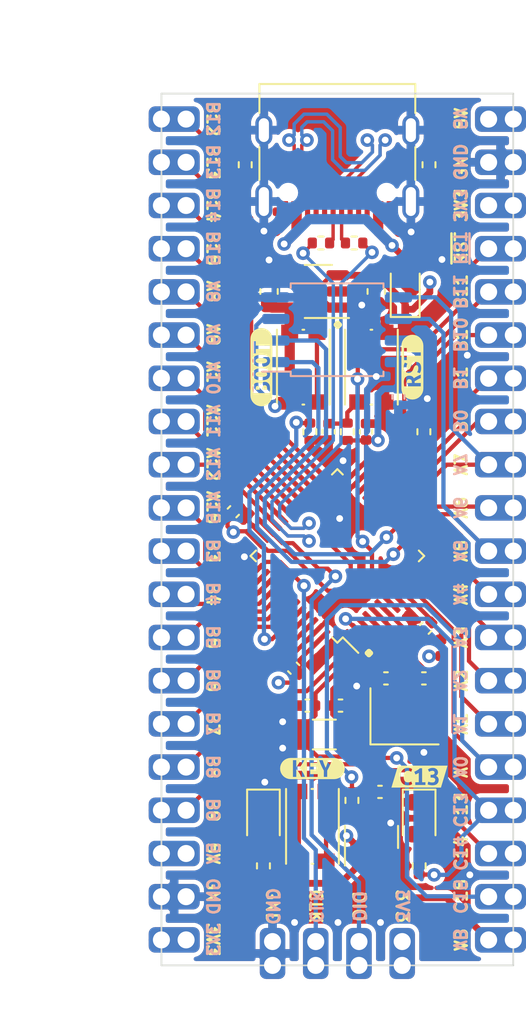
<source format=kicad_pcb>
(kicad_pcb (version 20221018) (generator pcbnew)
  (layers (0 "F.Cu" signal) (1 "In1.Cu" signal) (2 "In2.Cu" signal) (31 "B.Cu" signal) (34 "B.Paste" user) (35 "F.Paste" user) (36 "B.SilkS" user "B.Silkscreen") (37 "F.SilkS" user "F.Silkscreen") (38 "B.Mask" user) (39 "F.Mask" user) (44 "Edge.Cuts" user))
  (net 0 "")
  (net 1 "GND")
  (net 2 "/XIN")
  (net 3 "/XOUT")
  (net 4 "/PC14")
  (net 5 "/PC15")
  (net 6 "/~{NRST}")
  (net 7 "VCC")
  (net 8 "+3V3")
  (net 9 "/VBAT")
  (net 10 "VDDA")
  (net 11 "VBUS")
  (net 12 "Net-(D2-Pad2)")
  (net 13 "Net-(D3-Pad2)")
  (net 14 "/VB")
  (net 15 "Net-(J1-PadA5)")
  (net 17 "Net-(J1-PadB5)")
  (net 19 "/PA13")
  (net 20 "/PA14")
  (net 21 "/PB12")
  (net 22 "/PB13")
  (net 23 "/PB14")
  (net 24 "/PB15")
  (net 25 "/PA8")
  (net 26 "/PA9")
  (net 27 "/PA10")
  (net 28 "/PA11")
  (net 29 "/PA15")
  (net 30 "/PB3")
  (net 31 "/PB4")
  (net 32 "/PB5")
  (net 33 "/PB6")
  (net 34 "/PB7")
  (net 35 "/PB8")
  (net 36 "/PB9")
  (net 37 "/PB11")
  (net 38 "/PB10")
  (net 39 "/PB1")
  (net 40 "/PB0")
  (net 41 "/MEM_MOSI")
  (net 42 "/MEM_MISO")
  (net 43 "/MEM_CLK")
  (net 44 "/PA4")
  (net 45 "/PA3")
  (net 46 "/PA2")
  (net 47 "/PA1")
  (net 48 "/PA0")
  (net 49 "/PC13")
  (net 50 "/BOOT0")
  (net 51 "/PB2")
  (net 52 "Net-(R10-Pad2)")
  (net 54 "/D+")
  (net 55 "/D-")
  (net 56 "/PA12")
  (footprint "Capacitor_SMD:C_0402_1005Metric" (layer "F.Cu") (at 152.6712 118.3232)
    (fp_text reference "C9" hide)
    (fp_text value "100n")
  )
  (footprint "Resistor_SMD:R_0402_1005Metric" (layer "F.Cu") (at 155.25 97.15 90)
    (fp_text reference "R9" hide)
    (fp_text value "10K")
  )
  (footprint "castellated_header:castellated_header_4p" (layer "F.Cu") (at 146.3548 127.124 90)
    (fp_text reference "J2" hide)
    (fp_text value "ST-LINK")
  )
  (footprint "Resistor_SMD:R_0402_1005Metric" (layer "F.Cu") (at 148.55 97.15 -90)
    (fp_text reference "R6" hide)
    (fp_text value "10K")
  )
  (footprint "Capacitor_SMD:C_0402_1005Metric" (layer "F.Cu") (at 144.05 101.85 45)
    (fp_text reference "C10" hide)
    (fp_text value "100n")
  )
  (footprint "Inductor_SMD:L_0402_1005Metric" (layer "F.Cu") (at 156.25 109.85 -90)
    (fp_text reference "FB1" hide)
    (fp_text value "1K 100MHz")
  )
  (footprint "Capacitor_SMD:C_0402_1005Metric" (layer "F.Cu") (at 155.25 111.65 180)
    (fp_text reference "C2" hide)
    (fp_text value "20p")
  )
  (footprint "Button_Switch_SMD:SW_Push_1P1T_NO_CK_KMR2" (layer "F.Cu") (at 148.7 120.35 -90)
    (fp_text reference "SW3" hide)
    (fp_text value "SW_Push")
  )
  (footprint "kibuzzard-63FDCD3E" (layer "F.Cu") (at 154.9908 117.4242)
    (fp_text reference "kibuzzard-63FDCD3E" hide)
    (fp_text value "G***" hide)
  )
  (footprint "Capacitor_SMD:C_0402_1005Metric" (layer "F.Cu") (at 149.65 97.15 -90)
    (fp_text reference "C5" hide)
    (fp_text value "100n")
  )
  (footprint "Package_QFP:LQFP-48_7x7mm_P0.5mm" (layer "F.Cu") (at 150.1648 104.45 135)
    (fp_text reference "U3" hide)
    (fp_text value "STM32F103C8Tx")
  )
  (footprint "kibuzzard-63FDC3E6" (layer "F.Cu") (at 148.7 116.95)
    (fp_text reference "kibuzzard-63FDC3E6" hide)
    (fp_text value "G***" hide)
  )
  (footprint "Crystal:Crystal_SMD_3225-4Pin_3.2x2.5mm" (layer "F.Cu") (at 154.11 113.882)
    (fp_text reference "Y2" hide)
    (fp_text value "8MHz")
  )
  (footprint "Button_Switch_SMD:SW_Push_1P1T_NO_CK_KMR2" (layer "F.Cu") (at 148.1648 93.35 90)
    (fp_text reference "SW1" hide)
    (fp_text value "SW_Push")
  )
  (footprint "LED_SMD:LED_0805_2012Metric" (layer "F.Cu") (at 154.9712 119.8732 -90)
    (fp_text reference "D3" hide)
    (fp_text value "GREEN")
  )
  (footprint "Capacitor_SMD:C_0402_1005Metric" (layer "F.Cu") (at 151.85 97.15 90)
    (fp_text reference "C11" hide)
    (fp_text value "100n")
  )
  (footprint "Button_Switch_SMD:SW_Push_1P1T_NO_CK_KMR2" (layer "F.Cu") (at 152.1648 93.35 90)
    (fp_text reference "SW2" hide)
    (fp_text value "SW_Push")
  )
  (footprint "Resistor_SMD:R_0402_1005Metric" (layer "F.Cu") (at 150.75 97.15 -90)
    (fp_text reference "R5" hide)
    (fp_text value "10K")
  )
  (footprint "castellated_hole_20p:castellated_20p" (layer "F.Cu") (at 141.2748 78.7654)
    (fp_text reference "J3" hide)
    (fp_text value "GPIO")
  )
  (footprint "Connector_USB:USB_C_Receptacle_G-Switch_GT-USB-7010ASV" (layer "F.Cu") (at 150.1648 80.48783 180)
    (fp_text reference "J1" hide)
    (fp_text value "USB_C_Receptacle_USB2.0")
  )
  (footprint "Resistor_SMD:R_0402_1005Metric" (layer "F.Cu") (at 144.75 81.45 90)
    (fp_text reference "R2" hide)
    (fp_text value "5K1")
  )
  (footprint "Resistor_SMD:R_0402_1005Metric" (layer "F.Cu") (at 154.9712 122.6732 -90)
    (fp_text reference "R8" hide)
    (fp_text value "1K")
  )
  (footprint "Resistor_SMD:R_0402_1005Metric" (layer "F.Cu") (at 149.2 86.05 180)
    (fp_text reference "R3" hide)
    (fp_text value "27R")
  )
  (footprint "kibuzzard-63FDC36C" (layer "F.Cu") (at 145.7 93.35 90)
    (fp_text reference "kibuzzard-63FDC36C" hide)
    (fp_text value "G***" hide)
  )
  (footprint "Capacitor_SMD:C_0402_1005Metric" (layer "F.Cu") (at 155.35 108.7 -135)
    (fp_text reference "C13" hide)
    (fp_text value "100n")
  )
  (footprint "Capacitor_SMD:C_0402_1005Metric" (layer "F.Cu") (at 150.35 113.25 180)
    (fp_text reference "C4" hide)
    (fp_text value "22p")
  )
  (footprint "Crystal:Crystal_SMD_3215-2Pin_3.2x1.5mm" (layer "F.Cu") (at 149.4 114.95)
    (fp_text reference "Y1" hide)
    (fp_text value "32.768KHz")
  )
  (footprint "Capacitor_SMD:C_0402_1005Metric" (layer "F.Cu") (at 147.6 111.05 135)
    (fp_text reference "C12" hide)
    (fp_text value "100n")
  )
  (footprint "LED_SMD:LED_0805_2012Metric" (layer "F.Cu") (at 145.8212 119.8732 -90)
    (fp_text reference "D2" hide)
    (fp_text value "RED")
  )
  (footprint "Resistor_SMD:R_0402_1005Metric" (layer "F.Cu") (at 145.8212 122.6732 -90)
    (fp_text reference "R7" hide)
    (fp_text value "1K")
  )
  (footprint "castellated_hole_20p:castellated_20p" (layer "F.Cu") (at 159.0548 127.0254 180)
    (fp_text reference "J4" hide)
    (fp_text value "GPIO")
  )
  (footprint "Diode_SMD:D_SOD-323" (layer "F.Cu") (at 154.1526 88.9 90)
    (fp_text reference "D1" hide)
    (fp_text value "1N5819")
  )
  (footprint "Package_TO_SOT_SMD:SOT-23-5" (layer "F.Cu") (at 149.05 88.9 180)
    (fp_text reference "U1" hide)
    (fp_text value "SPX3819M5-L-3-3")
  )
  (footprint "Resistor_SMD:R_0402_1005Metric" (layer "F.Cu") (at 155.55 81.45 90)
    (fp_text reference "R1" hide)
    (fp_text value "5K1")
  )
  (footprint "Capacitor_SMD:C_0603_1608Metric" (layer "F.Cu") (at 146.15 88.9 90)
    (fp_text reference "C7" hide)
    (fp_text value "10u")
  )
  (footprint "Package_TO_SOT_SMD:SOT-23" (layer "F.Cu") (at 152.1712 120.9732 90)
    (fp_text reference "D4" hide)
    (fp_text value "BAT54C")
  )
  (footprint "kibuzzard-63FDC37C" (layer "F.Cu") (at 154.575 93.35 90)
    (fp_text reference "kibuzzard-63FDC37C" hide)
    (fp_text value "G***" hide)
  )
  (footprint "Resistor_SMD:R_0402_1005Metric" (layer "F.Cu") (at 151.0212 118.8232 -90)
    (fp_text reference "R10" hide)
    (fp_text value "330R")
  )
  (footprint "Capacitor_SMD:C_0402_1005Metric" (layer "F.Cu") (at 148.4 113.25)
    (fp_text reference "C3" hide)
    (fp_text value "22p")
  )
  (footprint "Capacitor_SMD:C_0402_1005Metric" (layer "F.Cu") (at 153.02 111.65)
    (fp_text reference "C1" hide)
    (fp_text value "20p")
  )
  (footprint "Resistor_SMD:R_0402_1005Metric" (layer "F.Cu") (at 151.15 86.05)
    (fp_text reference "R4" hide)
    (fp_text value "27R")
  )
  (footprint "Capacitor_SMD:C_0603_1608Metric" (layer "F.Cu") (at 152.45 88.9 -90)
    (fp_text reference "C6" hide)
    (fp_text value "4u7")
  )
  (footprint "Capacitor_SMD:C_0402_1005Metric" (layer "B.Cu") (at 153.75 95.1 90)
    (fp_text reference "C8" hide)
    (fp_text value "100n")
  )
  (footprint "Package_SO:SOIC-8_5.23x5.23mm_P1.27mm" (layer "B.Cu") (at 150.15 91.15)
    (fp_text reference "U2" hide)
    (fp_text value "W25Q32JVSS")
  )
  (gr_line (start 160.5028 128.5254) (end 160.5028 77.2654) (stroke (width 0.1)) (layer "Edge.Cuts"))
  (gr_line (start 139.8268 128.5254) (end 160.5028 128.5254) (stroke (width 0.1)) (layer "Edge.Cuts"))
  (gr_line (start 139.8268 128.5254) (end 139.8268 77.2654) (stroke (width 0.1)) (layer "Edge.Cuts"))
  (gr_line (start 139.8268 77.2654) (end 160.5028 77.2654) (stroke (width 0.1)) (layer "Edge.Cuts"))
  (gr_text "A3" (at 157.35 109.23 -90) (layer "B.SilkS") (effects (font (size 0.7 0.7)) (justify mirror)))
  (gr_text "A9" (at 142.9 91.45 -270) (layer "B.SilkS") (effects (font (size 0.7 0.7)) (justify mirror)))
  (gr_text "5V" (at 157.35 78.75 -90) (layer "B.SilkS") (effects (font (size 0.7 0.7)) (justify mirror)))
  (gr_text "CLK" (at 148.92 125.05 -90) (layer "B.SilkS") (effects (font (size 0.7 0.7)) (justify mirror)))
  (gr_text "3V3" (at 154 125.05 -90) (layer "B.SilkS") (effects (font (size 0.7 0.7)) (justify mirror)))
  (gr_text "GND" (at 142.9 124.47 -270) (layer "B.SilkS") (effects (font (size 0.7 0.7)) (justify mirror)))
  (gr_text "B11" (at 157.35 88.91 -90) (layer "B.SilkS") (effects (font (size 0.7 0.7)) (justify mirror)))
  (gr_text "GND" (at 146.38 125.05 -90) (layer "B.SilkS") (effects (font (size 0.7 0.7)) (justify mirror)))
  (gr_text "A5" (at 157.35 104.15 -90) (layer "B.SilkS") (effects (font (size 0.7 0.7)) (justify mirror)))
  (gr_text "A8" (at 142.9 88.91 -270) (layer "B.SilkS") (effects (font (size 0.7 0.7)) (justify mirror)))
  (gr_text "C13" (at 157.35 119.39 -90) (layer "B.SilkS") (effects (font (size 0.7 0.7)) (justify mirror)))
  (gr_text "A0" (at 157.35 116.85 -90) (layer "B.SilkS") (effects (font (size 0.7 0.7)) (justify mirror)))
  (gr_text "B12" (at 142.9 78.75 -270) (layer "B.SilkS") (effects (font (size 0.7 0.7)) (justify mirror)))
  (gr_text "B10" (at 157.35 91.45 -90) (layer "B.SilkS") (effects (font (size 0.7 0.7)) (justify mirror)))
  (gr_text "A11" (at 142.9 96.53 -270) (layer "B.SilkS") (effects (font (size 0.7 0.7)) (justify mirror)))
  (gr_text "DIO" (at 151.46 125.05 -90) (layer "B.SilkS") (effects (font (size 0.7 0.7)) (justify mirror)))
  (gr_text "A12" (at 142.9 99.07 -270) (layer "B.SilkS") (effects (font (size 0.7 0.7)) (justify mirror)))
  (gr_text "B5" (at 142.9 109.23 -270) (layer "B.SilkS") (effects (font (size 0.7 0.7)) (justify mirror)))
  (gr_text "B6" (at 142.9 111.77 -270) (layer "B.SilkS") (effects (font (size 0.7 0.7)) (justify mirror)))
  (gr_text "3V3" (at 157.35 83.83 -90) (layer "B.SilkS") (effects (font (size 0.7 0.7)) (justify mirror)))
  (gr_text "A4" (at 157.35 106.69 -90) (layer "B.SilkS") (effects (font (size 0.7 0.7)) (justify mirror)))
  (gr_text "3V3" (at 142.9 127.01 -270) (layer "B.SilkS") (effects (font (size 0.7 0.7)) (justify mirror)))
  (gr_text "A10" (at 142.9 93.99 -270) (layer "B.SilkS") (effects (font (size 0.7 0.7)) (justify mirror)))
  (gr_text "A2" (at 157.35 111.77 -90) (layer "B.SilkS") (effects (font (size 0.7 0.7)) (justify mirror)))
  (gr_text "C15" (at 157.35 124.47 -90) (layer "B.SilkS") (effects (font (size 0.7 0.7)) (justify mirror)))
  (gr_text "5V" (at 142.9 121.93 -270) (layer "B.SilkS") (effects (font (size 0.7 0.7)) (justify mirror)))
  (gr_text "B15" (at 142.9 86.37 -270) (layer "B.SilkS") (effects (font (size 0.7 0.7)) (justify mirror)))
  (gr_text "A6" (at 157.35 101.61 -90) (layer "B.SilkS") (effects (font (size 0.7 0.7)) (justify mirror)))
  (gr_text "A7" (at 157.35 99.07 -90) (layer "B.SilkS") (effects (font (size 0.7 0.7)) (justify mirror)))
  (gr_text "B14" (at 142.9 83.83 -270) (layer "B.SilkS") (effects (font (size 0.7 0.7)) (justify mirror)))
  (gr_text "B1" (at 157.35 93.99 -90) (layer "B.SilkS") (effects (font (size 0.7 0.7)) (justify mirror)))
  (gr_text "B13" (at 142.9 81.29 -270) (layer "B.SilkS") (effects (font (size 0.7 0.7)) (justify mirror)))
  (gr_text "B0" (at 157.35 96.53 -90) (layer "B.SilkS") (effects (font (size 0.7 0.7)) (justify mirror)))
  (gr_text "B3" (at 142.9 104.15 -270) (layer "B.SilkS") (effects (font (size 0.7 0.7)) (justify mirror)))
  (gr_text "B8" (at 142.9 116.85 -270) (layer "B.SilkS") (effects (font (size 0.7 0.7)) (justify mirror)))
  (gr_text "B7" (at 142.9 114.31 -270) (layer "B.SilkS") (effects (font (size 0.7 0.7)) (justify mirror)))
  (gr_text "VB" (at 157.35 127.01 -90) (layer "B.SilkS") (effects (font (size 0.7 0.7)) (justify mirror)))
  (gr_text "A15" (at 142.9 101.61 -270) (layer "B.SilkS") (effects (font (size 0.7 0.7)) (justify mirror)))
  (gr_text "C14" (at 157.35 121.93 -90) (layer "B.SilkS") (effects (font (size 0.7 0.7)) (justify mirror)))
  (gr_text "~{RST}" (at 157.35 86.37 -90) (layer "B.SilkS") (effects (font (size 0.7 0.7)) (justify mirror)))
  (gr_text "A1" (at 157.35 114.31 -90) (layer "B.SilkS") (effects (font (size 0.7 0.7)) (justify mirror)))
  (gr_text "GND" (at 157.35 81.29 -90) (layer "B.SilkS") (effects (font (size 0.7 0.7)) (justify mirror)))
  (gr_text "B4" (at 142.9 106.69 -270) (layer "B.SilkS") (effects (font (size 0.7 0.7)) (justify mirror)))
  (gr_text "B9" (at 142.9 119.39 -270) (layer "B.SilkS") (effects (font (size 0.7 0.7)) (justify mirror)))
  (gr_text "A6" (at 157.45 101.61 90) (layer "F.SilkS") (effects (font (size 0.7 0.7))))
  (gr_text "B4" (at 142.85 106.69 270) (layer "F.SilkS") (effects (font (size 0.7 0.7))))
  (gr_text "B8" (at 142.85 116.85 270) (layer "F.SilkS") (effects (font (size 0.7 0.7))))
  (gr_text "DIO" (at 151.43 125.05 270) (layer "F.SilkS") (effects (font (size 0.7 0.7))))
  (gr_text "VB" (at 157.45 127.01 90) (layer "F.SilkS") (effects (font (size 0.7 0.7))))
  (gr_text "A5" (at 157.45 104.15 90) (layer "F.SilkS") (effects (font (size 0.7 0.7))))
  (gr_text "GND" (at 142.85 124.47 270) (layer "F.SilkS") (effects (font (size 0.7 0.7))))
  (gr_text "B9" (at 142.85 119.39 270) (layer "F.SilkS") (effects (font (size 0.7 0.7))))
  (gr_text "B6" (at 142.85 111.77 270) (layer "F.SilkS") (effects (font (size 0.7 0.7))))
  (gr_text "A8" (at 142.85 88.91 270) (layer "F.SilkS") (effects (font (size 0.7 0.7))))
  (gr_text "B3" (at 142.85 104.15 270) (layer "F.SilkS") (effects (font (size 0.7 0.7))))
  (gr_text "GND" (at 157.45 81.29 90) (layer "F.SilkS") (effects (font (size 0.7 0.7))))
  (gr_text "GND" (at 146.35 125.05 270) (layer "F.SilkS") (effects (font (size 0.7 0.7))))
  (gr_text "A1" (at 157.45 114.31 90) (layer "F.SilkS") (effects (font (size 0.7 0.7))))
  (gr_text "." (at 150.1902 90.043) (layer "F.SilkS") (effects (font (size 2 2) (thickness 0.3))))
  (gr_text "B14" (at 142.85 83.83 270) (layer "F.SilkS") (effects (font (size 0.7 0.7))))
  (gr_text "C13" (at 157.45 119.39 90) (layer "F.SilkS") (effects (font (size 0.7 0.7))))
  (gr_text "5V" (at 157.45 78.75 90) (layer "F.SilkS") (effects (font (size 0.7 0.7))))
  (gr_text "CLK" (at 148.89 125.05 270) (layer "F.SilkS") (effects (font (size 0.7 0.7))))
  (gr_text "~{RST}" (at 157.45 86.37 90) (layer "F.SilkS") (effects (font (size 0.7 0.7))))
  (gr_text "B7" (at 142.85 114.31 270) (layer "F.SilkS") (effects (font (size 0.7 0.7))))
  (gr_text "B0" (at 157.45 96.53 90) (layer "F.SilkS") (effects (font (size 0.7 0.7))))
  (gr_text "B13" (at 142.85 81.29 270) (layer "F.SilkS") (effects (font (size 0.7 0.7))))
  (gr_text "B11" (at 157.45 88.91 90) (layer "F.SilkS") (effects (font (size 0.7 0.7))))
  (gr_text "B12" (at 142.85 78.75 270) (layer "F.SilkS") (effects (font (size 0.7 0.7))))
  (gr_text "C14" (at 157.45 121.93 90) (layer "F.SilkS") (effects (font (size 0.7 0.7))))
  (gr_text "A12" (at 142.85 99.07 270) (layer "F.SilkS") (effects (font (size 0.7 0.7))))
  (gr_text "B1" (at 157.45 93.99 90) (layer "F.SilkS") (effects (font (size 0.7 0.7))))
  (gr_text "A11" (at 142.85 96.53 270) (layer "F.SilkS") (effects (font (size 0.7 0.7))))
  (gr_text "A7" (at 157.45 99.07 90) (layer "F.SilkS") (effects (font (size 0.7 0.7))))
  (gr_text "5V" (at 142.85 121.93 270) (layer "F.SilkS") (effects (font (size 0.7 0.7))))
  (gr_text "." (at 152.019 109.347) (layer "F.SilkS") (effects (font (size 2 2) (thickness 0.3))))
  (gr_text "A3" (at 157.45 109.23 90) (layer "F.SilkS") (effects (font (size 0.7 0.7))))
  (gr_text "A2" (at 157.45 111.77 90) (layer "F.SilkS") (effects (font (size 0.7 0.7))))
  (gr_text "A15" (at 142.85 101.61 270) (layer "F.SilkS") (effects (font (size 0.7 0.7))))
  (gr_text "A9" (at 142.85 91.45 270) (layer "F.SilkS") (effects (font (size 0.7 0.7))))
  (gr_text "3V3" (at 142.85 127.01 270) (layer "F.SilkS") (effects (font (size 0.7 0.7))))
  (gr_text "A4" (at 157.45 106.69 90) (layer "F.SilkS") (effects (font (size 0.7 0.7))))
  (gr_text "3V3" (at 157.45 83.83 90) (layer "F.SilkS") (effects (font (size 0.7 0.7))))
  (gr_text "A0" (at 157.45 116.85 90) (layer "F.SilkS") (effects (font (size 0.7 0.7))))
  (gr_text "A10" (at 142.85 93.99 270) (layer "F.SilkS") (effects (font (size 0.7 0.7))))
  (gr_text "3V3" (at 153.97 125.05 270) (layer "F.SilkS") (effects (font (size 0.7 0.7))))
  (gr_text "B5" (at 142.85 109.23 270) (layer "F.SilkS") (effects (font (size 0.7 0.7))))
  (gr_text "B10" (at 157.45 91.45 90) (layer "F.SilkS") (effects (font (size 0.7 0.7))))
  (gr_text "B15" (at 142.85 86.37 270) (layer "F.SilkS") (effects (font (size 0.7 0.7))))
  (gr_text "C15" (at 157.45 124.47 90) (layer "F.SilkS") (effects (font (size 0.7 0.7))))
  (segment (start 146.9648 84.9352) (end 146.55 85.35) (width 0.6) (layer "F.Cu") (net 1))
  (segment (start 149.6 108.2) (end 149.6 107.7) (width 0.25) (layer "F.Cu") (net 1))
  (segment (start 146.55 85.35) (end 145.85 85.35) (width 0.6) (layer "F.Cu") (net 1))
  (segment (start 144.389411 101.871391) (end 145.615678 103.097658) (width 0.25) (layer "F.Cu") (net 1))
  (segment (start 151.55 106.65) (end 151.55 104.7) (width 0.25) (layer "F.Cu") (net 1))
  (segment (start 155.73 111.65) (end 155.73 111.555305) (width 0.25) (layer "F.Cu") (net 1))
  (segment (start 154.65 109.4) (end 155.010589 109.039411) (width 0.25) (layer "F.Cu") (net 1))
  (segment (start 152.9648 96.3648) (end 152.9648 95.4) (width 0.25) (layer "F.Cu") (net 1))
  (segment (start 154.65 107.87454) (end 153.638462 106.863002) (width 0.25) (layer "F.Cu") (net 1))
  (segment (start 153.613002 106.863002) (end 152.95 106.2) (width 0.25) (layer "F.Cu") (net 1))
  (segment (start 153.5 97.9) (end 153.5 96.9) (width 0.25) (layer "F.Cu") (net 1))
  (segment (start 149.6 107.7) (end 150.05 107.25) (width 0.25) (layer "F.Cu") (net 1))
  (segment (start 151.517142 99.882858) (end 153.5 97.9) (width 0.25) (layer "F.Cu") (net 1))
  (segment (start 153.3648 84.21283) (end 153.3648 84.9648) (width 0.6) (layer "F.Cu") (net 1))
  (segment (start 154.65 108.678822) (end 154.65 107.87454) (width 0.25) (layer "F.Cu") (net 1))
  (segment (start 154.65 110.475305) (end 154.65 109.4) (width 0.25) (layer "F.Cu") (net 1))
  (segment (start 153.8 85.4) (end 154.5 85.4) (width 0.6) (layer "F.Cu") (net 1))
  (segment (start 148.812458 108.984322) (end 148.815678 108.984322) (width 0.25) (layer "F.Cu") (net 1))
  (segment (start 153.3648 84.9648) (end 153.8 85.4) (width 0.6) (layer "F.Cu") (net 1))
  (segment (start 155.010589 109.039411) (end 154.65 108.678822) (width 0.25) (layer "F.Cu") (net 1))
  (segment (start 147.260589 110.536191) (end 147.260589 110.710589) (width 0.25) (layer "F.Cu") (net 1))
  (segment (start 147.65 113.25) (end 146.95 113.95) (width 0.4) (layer "F.Cu") (net 1))
  (segment (start 150.3 102.25) (end 150.3 101.13282) (width 0.25) (layer "F.Cu") (net 1))
  (segment (start 151.517142 99.915678) (end 151.517142 99.882858) (width 0.25) (layer "F.Cu") (net 1))
  (segment (start 144.389411 101.510589) (end 144.389411 101.871391) (width 0.25) (layer "F.Cu") (net 1))
  (segment (start 150.05 107.25) (end 150.95 107.25) (width 0.25) (layer "F.Cu") (net 1))
  (segment (start 150.3 101.13282) (end 151.517142 99.915678) (width 0.25) (layer "F.Cu") (net 1))
  (segment (start 148.815678 108.984322) (end 149.6 108.2) (width 0.25) (layer "F.Cu") (net 1))
  (segment (start 150.3 103.45) (end 150.3 102.25) (width 0.25) (layer "F.Cu") (net 1))
  (segment (start 153.5 96.9) (end 152.9648 96.3648) (width 0.25) (layer "F.Cu") (net 1))
  (segment (start 153.638462 106.863002) (end 153.613002 106.863002) (width 0.25) (layer "F.Cu") (net 1))
  (segment (start 152.95 106.2) (end 152.95 105.6) (width 0.25) (layer "F.Cu") (net 1))
  (segment (start 151.55 104.7) (end 150.3 103.45) (width 0.25) (layer "F.Cu") (net 1))
  (segment (start 146.9648 84.21283) (end 146.9648 84.9352) (width 0.6) (layer "F.Cu") (net 1))
  (segment (start 148.812458 108.984322) (end 147.260589 110.536191) (width 0.25) (layer "F.Cu") (net 1))
  (segment (start 150.95 107.25) (end 151.55 106.65) (width 0.25) (layer "F.Cu") (net 1))
  (segment (start 155.73 111.555305) (end 154.65 110.475305) (width 0.25) (layer "F.Cu") (net 1))
  (segment (start 147.92 113.25) (end 147.65 113.25) (width 0.4) (layer "F.Cu") (net 1))
  (segment (start 146.95 113.95) (end 146.95 114.2) (width 0.4) (layer "F.Cu") (net 1))
  (via (at 154.5 85.4) (size 0.8) (drill 0.4) (layers "F.Cu" "B.Cu") (net 1))
  (via (at 144.7 104.5) (size 0.8) (drill 0.4) (layers "F.Cu" "B.Cu") (net 1))
  (via (at 145.9 117.75) (size 0.8) (drill 0.4) (layers "F.Cu" "B.Cu") (net 1))
  (via (at 146.95 114.2) (size 0.8) (drill 0.4) (layers "F.Cu" "B.Cu") (net 1))
  (via (at 156.3116 87.0204) (size 0.8) (drill 0.4) (layers "F.Cu" "B.Cu") (net 1))
  (via (at 150.5 98.85) (size 0.8) (drill 0.4) (layers "F.Cu" "B.Cu") (net 1))
  (via (at 151.6 89.7) (size 0.8) (drill 0.4) (layers "F.Cu" "B.Cu") (net 1))
  (via (at 146.95 115.75) (size 0.8) (drill 0.4) (layers "F.Cu" "B.Cu") (net 1))
  (via (at 152.45 93.9) (size 0.8) (drill 0.4) (layers "F.Cu" "B.Cu") (net 1))
  (via (at 150.3 102.25) (size 0.8) (drill 0.4) (layers "F.Cu" "B.Cu") (net 1))
  (via (at 157.95 123.2) (size 0.8) (drill 0.4) (layers "F.Cu" "B.Cu") (net 1))
  (via (at 150.2 126) (size 0.8) (drill 0.4) (layers "F.Cu" "B.Cu") (net 1))
  (via (at 153.3 120.15) (size 0.8) (drill 0.4) (layers "F.Cu" "B.Cu") (net 1))
  (via (at 155.25 116) (size 0.8) (drill 0.4) (layers "F.Cu" "B.Cu") (net 1))
  (via (at 147.65 126) (size 0.8) (drill 0.4) (layers "F.Cu" "B.Cu") (net 1))
  (via (at 146.15 87.05) (size 0.8) (drill 0.4) (layers "F.Cu" "B.Cu") (net 1))
  (via (at 151.3 112.1) (size 0.8) (drill 0.4) (layers "F.Cu" "B.Cu") (net 1))
  (via (at 145.85 85.35) (size 0.8) (drill 0.4) (layers "F.Cu" "B.Cu") (net 1))
  (via (at 152.7 126) (size 0.8) (drill 0.4) (layers "F.Cu" "B.Cu") (net 1))
  (via (at 157.8 92.65) (size 0.8) (drill 0.4) (layers "F.Cu" "B.Cu") (net 1))
  (via (at 155.45 95.2) (size 0.8) (drill 0.4) (layers "F.Cu" "B.Cu") (net 1))
  (segment (start 153.01 114.732) (end 153.26 114.732) (width 0.25) (layer "F.Cu") (net 2))
  (segment (start 154.1 112.25) (end 153.5 111.65) (width 0.25) (layer "F.Cu") (net 2))
  (segment (start 153.5 108.84586) (end 153.5 111.65) (width 0.25) (layer "F.Cu") (net 2))
  (segment (start 153.26 114.732) (end 154.1 113.892) (width 0.25) (layer "F.Cu") (net 2))
  (segment (start 154.1 113.892) (end 154.1 112.25) (width 0.25) (layer "F.Cu") (net 2))
  (segment (start 152.577802 107.923662) (end 153.5 108.84586) (width 0.25) (layer "F.Cu") (net 2))
  (segment (start 153.95 110.83) (end 154.77 111.65) (width 0.25) (layer "F.Cu") (net 3))
  (segment (start 155.21 113.032) (end 154.77 112.592) (width 0.25) (layer "F.Cu") (net 3))
  (segment (start 152.931355 107.570109) (end 153.95 108.588754) (width 0.25) (layer "F.Cu") (net 3))
  (segment (start 154.77 112.592) (end 154.77 111.65) (width 0.25) (layer "F.Cu") (net 3))
  (segment (start 153.95 108.588754) (end 153.95 110.83) (width 0.25) (layer "F.Cu") (net 3))
  (segment (start 152.55 110.1) (end 152.085 110.565) (width 0.25) (layer "F.Cu") (net 4))
  (segment (start 149 116.25) (end 148.15 115.4) (width 0.25) (layer "F.Cu") (net 4))
  (segment (start 152.085 110.565) (end 150.835 110.565) (width 0.25) (layer "F.Cu") (net 4))
  (segment (start 155.75 117.05) (end 152.386396 117.05) (width 0.25) (layer "F.Cu") (net 4))
  (segment (start 148.88 113.25) (end 148.88 113.82) (width 0.25) (layer "F.Cu") (net 4))
  (segment (start 156.85 119.7406) (end 156.85 118.15) (width 0.25) (layer "F.Cu") (net 4))
  (segment (start 148.88 113.82) (end 148.15 114.55) (width 0.25) (layer "F.Cu") (net 4))
  (segment (start 150.835 110.565) (end 148.88 112.52) (width 0.25) (layer "F.Cu") (net 4))
  (segment (start 152.55 109.310074) (end 152.55 110.1) (width 0.25) (layer "F.Cu") (net 4))
  (segment (start 148.15 114.55) (end 148.15 114.95) (width 0.25) (layer "F.Cu") (net 4))
  (segment (start 159.0548 121.9454) (end 156.85 119.7406) (width 0.25) (layer "F.Cu") (net 4))
  (segment (start 152.386396 117.05) (end 151.586396 116.25) (width 0.25) (layer "F.Cu") (net 4))
  (segment (start 148.88 112.52) (end 148.88 113.25) (width 0.25) (layer "F.Cu") (net 4))
  (segment (start 151.586396 116.25) (end 149 116.25) (width 0.25) (layer "F.Cu") (net 4))
  (segment (start 156.85 118.15) (end 155.75 117.05) (width 0.25) (layer "F.Cu") (net 4))
  (segment (start 151.870695 108.630769) (end 152.55 109.310074) (width 0.25) (layer "F.Cu") (net 4))
  (segment (start 148.15 115.4) (end 148.15 114.95) (width 0.25) (layer "F.Cu") (net 4))
  (segment (start 149.87 113.77) (end 150.65 114.55) (width 0.25) (layer "F.Cu") (net 5))
  (segment (start 151.15 115.8) (end 150.65 115.3) (width 0.25) (layer "F.Cu") (net 5))
  (segment (start 150.65 114.55) (end 150.65 114.95) (width 0.25) (layer "F.Cu") (net 5))
  (segment (start 149.87 113.25) (end 149.87 113.77) (width 0.25) (layer "F.Cu") (net 5))
  (segment (start 151.772792 115.8) (end 151.15 115.8) (width 0.25) (layer "F.Cu") (net 5))
  (segment (start 153 110.286396) (end 152.271396 111.015) (width 0.25) (layer "F.Cu") (net 5))
  (segment (start 151.135 111.015) (end 149.87 112.28) (width 0.25) (layer "F.Cu") (net 5))
  (segment (start 150.65 115.3) (end 150.65 114.95) (width 0.25) (layer "F.Cu") (net 5))
  (segment (start 153.65 116.3255) (end 152.298292 116.3255) (width 0.25) (layer "F.Cu") (net 5))
  (segment (start 152.298292 116.3255) (end 151.772792 115.8) (width 0.25) (layer "F.Cu") (net 5))
  (segment (start 149.87 112.28) (end 149.87 113.25) (width 0.25) (layer "F.Cu") (net 5))
  (segment (start 152.224249 108.277215) (end 153 109.052966) (width 0.25) (layer "F.Cu") (net 5))
  (segment (start 152.271396 111.015) (end 151.135 111.015) (width 0.25) (layer "F.Cu") (net 5))
  (segment (start 153 109.052966) (end 153 110.286396) (width 0.25) (layer "F.Cu") (net 5))
  (via (at 153.65 116.3255) (size 0.8) (drill 0.4) (layers "F.Cu" "B.Cu") (net 5))
  (segment (start 157.5354 124.4854) (end 159.0548 124.4854) (width 0.25) (layer "B.Cu") (net 5))
  (segment (start 154.2542 116.9297) (end 154.2542 123.317) (width 0.25) (layer "B.Cu") (net 5))
  (segment (start 153.65 116.3255) (end 154.2542 116.9297) (width 0.25) (layer "B.Cu") (net 5))
  (segment (start 155.3972 124.46) (end 157.48 124.46) (width 0.25) (layer "B.Cu") (net 5))
  (segment (start 154.2542 123.317) (end 155.3972 124.46) (width 0.25) (layer "B.Cu") (net 5))
  (segment (start 152.2 104.163604) (end 151.668198 103.631802) (width 0.25) (layer "F.Cu") (net 6))
  (segment (start 151.3648 91.3) (end 152.3648 92.3) (width 0.25) (layer "F.Cu") (net 6))
  (segment (start 149.65 96.67) (end 150.72 96.67) (width 0.25) (layer "F.Cu") (net 6))
  (segment (start 151.35 95.3852) (end 151.3648 95.4) (width 0.25) (layer "F.Cu") (net 6))
  (segment (start 150.75 96.0148) (end 151.3648 95.4) (width 0.25) (layer "F.Cu") (net 6))
  (segment (start 152.3648 92.3) (end 154.9 92.3) (width 0.25) (layer "F.Cu") (net 6))
  (segment (start 151.668198 103.631802) (end 151.65 103.613604) (width 0.25) (layer "F.Cu") (net 6))
  (segment (start 150.75 96.64) (end 150.75 96.0148) (width 0.25) (layer "F.Cu") (net 6))
  (segment (start 152.2 105.15) (end 152.2 104.163604) (width 0.25) (layer "F.Cu") (net 6))
  (segment (start 151.35 94.05) (end 151.35 95.3852) (width 0.25) (layer "F.Cu") (net 6))
  (segment (start 154.9 92.3) (end 157.85 89.35) (width 0.25) (layer "F.Cu") (net 6))
  (segment (start 152.2 106.131646) (end 152.2 105.15) (width 0.25) (layer "F.Cu") (net 6))
  (segment (start 151.65 103.613604) (end 151.65 103.6) (width 0.25) (layer "F.Cu") (net 6))
  (segment (start 153.284909 107.216555) (end 152.2 106.131646) (width 0.25) (layer "F.Cu") (net 6))
  (segment (start 151.3648 91.3) (end 151.3648 95.4) (width 0.25) (layer "F.Cu") (net 6))
  (segment (start 150.72 96.67) (end 150.75 96.64) (width 0.25) (layer "F.Cu") (net 6))
  (segment (start 157.85 89.35) (end 157.85 87.5902) (width 0.25) (layer "F.Cu") (net 6))
  (segment (start 157.85 87.5902) (end 159.0548 86.3854) (width 0.25) (layer "F.Cu") (net 6))
  (via (at 151.65 103.6) (size 0.8) (drill 0.4) (layers "F.Cu" "B.Cu") (net 6))
  (via (at 151.35 94.05) (size 0.8) (drill 0.4) (layers "F.Cu" "B.Cu") (net 6))
  (segment (start 151.35 103.3) (end 151.35 94.05) (width 0.25) (layer "B.Cu") (net 6))
  (segment (start 151.65 103.6) (end 151.35 103.3) (width 0.25) (layer "B.Cu") (net 6))
  (segment (start 149.2 88.553249) (end 149.803249 87.95) (width 0.25) (layer "F.Cu") (net 7))
  (segment (start 154.6012 89.95) (end 155.6 88.9512) (width 0.4) (layer "F.Cu") (net 7))
  (segment (start 150.1875 89.85) (end 149.803249 89.85) (width 0.25) (layer "F.Cu") (net 7))
  (segment (start 152.275 87.95) (end 152.45 88.125) (width 0.4) (layer "F.Cu") (net 7))
  (segment (start 154.1526 89.95) (end 154.1526 89.5858) (width 0.4) (layer "F.Cu") (net 7))
  (segment (start 149.803249 89.85) (end 149.2 89.246751) (width 0.25) (layer "F.Cu") (net 7))
  (segment (start 155.6 88.9512) (end 155.6 88.35) (width 0.4) (layer "F.Cu") (net 7))
  (segment (start 149.803249 87.95) (end 150.1875 87.95) (width 0.25) (layer "F.Cu") (net 7))
  (segment (start 152.6918 88.125) (end 152.45 88.125) (width 0.4) (layer "F.Cu") (net 7))
  (segment (start 149.2 89.246751) (end 149.2 88.553249) (width 0.25) (layer "F.Cu") (net 7))
  (segment (start 154.1526 89.95) (end 154.6012 89.95) (width 0.4) (layer "F.Cu") (net 7))
  (segment (start 150.1875 87.95) (end 152.275 87.95) (width 0.4) (layer "F.Cu") (net 7))
  (segment (start 154.1526 89.5858) (end 152.6918 88.125) (width 0.4) (layer "F.Cu") (net 7))
  (via (at 155.6 88.35) (size 0.8) (drill 0.4) (layers "F.Cu" "B.Cu") (net 7))
  (segment (start 147.3648 91.3) (end 147.3648 89.85) (width 0.6) (layer "F.Cu") (net 8))
  (segment (start 147.25 104.15) (end 149.6 106.5) (width 0.25) (layer "F.Cu") (net 8))
  (segment (start 145.276924 103.451212) (end 144.825712 103) (width 0.25) (layer "F.Cu") (net 8))
  (segment (start 155.565 110.335) (end 155.55 110.35) (width 0.25) (layer "F.Cu") (net 8))
  (segment (start 145.8212 123.1832) (end 145.8332 123.1832) (width 0.4) (layer "F.Cu") (net 8))
  (segment (start 145.95 104.019149) (end 146.080851 104.15) (width 0.25) (layer "F.Cu") (net 8))
  (segment (start 149.4 103.4) (end 149.4 101.325712) (width 0.25) (layer "F.Cu") (net 8))
  (segment (start 147.9 122.4) (end 147.9 123.7) (width 0.25) (layer "F.Cu") (net 8))
  (segment (start 151.148788 99.562124) (end 151.85 98.860912) (width 0.25) (layer "F.Cu") (net 8))
  (segment (start 147.944792 110.559096) (end 147.944792 110.881986) (width 0.25) (layer "F.Cu") (net 8))
  (segment (start 145.844861 104.019149) (end 145.95 104.019149) (width 0.25) (layer "F.Cu") (net 8))
  (segment (start 144.825712 103) (end 144.1 103) (width 0.25) (layer "F.Cu") (net 8))
  (segment (start 147.9 118.3) (end 147.9 122.4) (width 0.25) (layer "F.Cu") (net 8))
  (segment (start 145.8332 123.1832) (end 146.35 123.7) (width 0.4) (layer "F.Cu") (net 8))
  (segment (start 156.25 110.335) (end 155.565 110.335) (width 0.25) (layer "F.Cu") (net 8))
  (segment (start 147.9125 89.85) (end 146.325 89.85) (width 0.6) (layer "F.Cu") (net 8))
  (segment (start 147.939411 111.389411) (end 147.428822 111.9) (width 0.25) (layer "F.Cu") (net 8))
  (segment (start 151.85 98.860912) (end 151.85 97.63) (width 0.25) (layer "F.Cu") (net 8))
  (segment (start 147.428822 111.9) (end 146.7 111.9) (width 0.25) (layer "F.Cu") (net 8))
  (segment (start 143.710589 102.189411) (end 143.710589 102.710589) (width 0.25) (layer "F.Cu") (net 8))
  (segment (start 149.4 101.325712) (end 151.163588 99.562124) (width 0.25) (layer "F.Cu") (net 8))
  (segment (start 150.5 106.5) (end 150.95 106.05) (width 0.25) (layer "F.Cu") (net 8))
  (segment (start 147.944792 110.881986) (end 147.939411 110.887367) (width 0.25) (layer "F.Cu") (net 8))
  (segment (start 151.85 97.63) (end 152.53 97.63) (width 0.25) (layer "F.Cu") (net 8))
  (segment (start 152.53 97.63) (end 152.55 97.65) (width 0.25) (layer "F.Cu") (net 8))
  (segment (start 150.35 123.7) (end 151.2212 122.8288) (width 0.4) (layer "F.Cu") (net 8))
  (segment (start 151.2212 122.8288) (end 151.2212 121.9107) (width 0.4) (layer "F.Cu") (net 8))
  (segment (start 147.3648 91.3) (end 147.3648 95.4) (width 0.6) (layer "F.Cu") (net 8))
  (segment (start 147.939411 110.887367) (end 147.939411 111.389411) (width 0.25) (layer "F.Cu") (net 8))
  (segment (start 143.710589 102.710589) (end 144.05 103.05) (width 0.25) (layer "F.Cu") (net 8))
  (segment (start 146.325 89.85) (end 146.15 89.675) (width 0.6) (layer "F.Cu") (net 8))
  (segment (start 146.75 95.4) (end 146.5 95.65) (width 0.6) (layer "F.Cu") (net 8))
  (segment (start 151.2212 121.4212) (end 150.7 120.9) (width 0.4) (layer "F.Cu") (net 8))
  (segment (start 147.9 123.7) (end 150.35 123.7) (width 0.4) (layer "F.Cu") (net 8))
  (segment (start 146.35 123.7) (end 147.9 123.7) (width 0.4) (layer "F.Cu") (net 8))
  (segment (start 147.3648 95.4) (end 146.75 95.4) (width 0.6) (layer "F.Cu") (net 8))
  (segment (start 144.1 103) (end 144.05 103.05) (width 0.25) (layer "F.Cu") (net 8))
  (segment (start 149.6 106.5) (end 150.5 106.5) (width 0.25) (layer "F.Cu") (net 8))
  (segment (start 151.2212 121.9107) (end 151.2212 121.4212) (width 0.4) (layer "F.Cu") (net 8))
  (segment (start 150.95 106.05) (end 150.95 104.95) (width 0.25) (layer "F.Cu") (net 8))
  (segment (start 151.82 97.66) (end 151.85 97.63) (width 0.25) (layer "F.Cu") (net 8))
  (segment (start 146.080851 104.15) (end 147.25 104.15) (width 0.25) (layer "F.Cu") (net 8))
  (segment (start 145.276924 103.451212) (end 145.844861 104.019149) (width 0.25) (layer "F.Cu") (net 8))
  (segment (start 150.75 97.66) (end 151.82 97.66) (width 0.25) (layer "F.Cu") (net 8))
  (segment (start 149.166012 109.337876) (end 147.944792 110.559096) (width 0.25) (layer "F.Cu") (net 8))
  (segment (start 147.3648 89.85) (end 147.9125 89.85) (width 0.6) (layer "F.Cu") (net 8))
  (segment (start 150.95 104.95) (end 149.4 103.4) (width 0.25) (layer "F.Cu") (net 8))
  (via (at 150.7 120.9) (size 0.8) (drill 0.4) (layers "F.Cu" "B.Cu") (net 8))
  (via (at 146.5 95.65) (size 0.8) (drill 0.4) (layers "F.Cu" "B.Cu") (net 8))
  (via (at 152.55 97.65) (size 0.8) (drill 0.4) (layers "F.Cu" "B.Cu") (net 8))
  (via (at 146.7 111.9) (size 0.8) (drill 0.4) (layers "F.Cu" "B.Cu") (net 8))
  (via (at 144.05 103.05) (size 0.8) (drill 0.4) (layers "F.Cu" "B.Cu") (net 8))
  (via (at 155.55 110.35) (size 0.8) (drill 0.4) (layers "F.Cu" "B.Cu") (net 8))
  (segment (start 145.4 90.9) (end 145.4 94.55) (width 0.25) (layer "B.Cu") (net 8))
  (segment (start 145.4 94.55) (end 146.5 95.65) (width 0.25) (layer "B.Cu") (net 8))
  (segment (start 145.785 90.515) (end 145.4 90.9) (width 0.25) (layer "B.Cu") (net 8))
  (segment (start 153.75 94.62) (end 152.88 94.62) (width 0.4) (layer "B.Cu") (net 8))
  (segment (start 152.88 94.62) (end 152.55 94.95) (width 0.4) (layer "B.Cu") (net 8))
  (segment (start 146.55 90.515) (end 145.785 90.515) (width 0.25) (layer "B.Cu") (net 8))
  (segment (start 152.55 94.95) (end 152.55 97.65) (width 0.4) (layer "B.Cu") (net 8))
  (segment (start 153.75 93.055) (end 153.75 91.785) (width 0.25) (layer "B.Cu") (net 8))
  (segment (start 153.75 94.62) (end 153.75 93.055) (width 0.4) (layer "B.Cu") (net 8))
  (segment (start 146.1 113.865218) (end 146.1 116.05) (width 0.25) (layer "F.Cu") (net 9))
  (segment (start 147.565218 112.4) (end 146.1 113.865218) (width 0.25) (layer "F.Cu") (net 9))
  (segment (start 146.75 116.7) (end 151.4 116.7) (width 0.25) (layer "F.Cu") (net 9))
  (segment (start 152.1712 118.3432) (end 152.1912 118.3232) (width 0.4) (layer "F.Cu") (net 9))
  (segment (start 152.1912 117.4912) (end 152.1912 118.3232) (width 0.25) (layer "F.Cu") (net 9))
  (segment (start 152.1712 120.0357) (end 152.1712 118.3432) (width 0.4) (layer "F.Cu") (net 9))
  (segment (start 146.1 116.05) (end 146.75 116.7) (width 0.25) (layer "F.Cu") (net 9))
  (segment (start 151.4 116.7) (end 152.1912 117.4912) (width 0.25) (layer "F.Cu") (net 9))
  (segment (start 151.163588 109.337876) (end 151.163588 109.600016) (width 0.25) (layer "F.Cu") (net 9))
  (segment (start 151.163588 109.600016) (end 148.363604 112.4) (width 0.25) (layer "F.Cu") (net 9))
  (segment (start 148.363604 112.4) (end 147.565218 112.4) (width 0.25) (layer "F.Cu") (net 9))
  (segment (start 156.25 108.921178) (end 156.25 109.365) (width 0.25) (layer "F.Cu") (net 10))
  (segment (start 155.689411 108.206845) (end 153.992015 106.509449) (width 0.25) (layer "F.Cu") (net 10))
  (segment (start 155.689411 108.360589) (end 156.25 108.921178) (width 0.25) (layer "F.Cu") (net 10))
  (segment (start 155.689411 108.360589) (end 155.689411 108.206845) (width 0.25) (layer "F.Cu") (net 10))
  (segment (start 152.5648 85.381772) (end 153.376705 86.193677) (width 0.6) (layer "F.Cu") (net 11))
  (segment (start 147.7648 84.21283) (end 147.7648 85.378253) (width 0.6) (layer "F.Cu") (net 11))
  (segment (start 154.1526 86.969572) (end 153.376705 86.193677) (width 0.4) (layer "F.Cu") (net 11))
  (segment (start 154.1526 87.85) (end 154.1526 86.969572) (width 0.4) (layer "F.Cu") (net 11))
  (segment (start 147.7648 85.378253) (end 147.036412 86.106641) (width 0.6) (layer "F.Cu") (net 11))
  (segment (start 152.5648 84.21283) (end 152.5648 85.381772) (width 0.6) (layer "F.Cu") (net 11))
  (via (at 153.376705 86.193677) (size 0.8) (drill 0.4) (layers "F.Cu" "B.Cu") (net 11))
  (via (at 147.036412 86.106641) (size 0.8) (drill 0.4) (layers "F.Cu" "B.Cu") (net 11))
  (segment (start 147.036412 86.106641) (end 148.493053 84.65) (width 0.6) (layer "B.Cu") (net 11))
  (segment (start 151.833028 84.65) (end 153.376705 86.193677) (width 0.6) (layer "B.Cu") (net 11))
  (segment (start 148.493053 84.65) (end 151.833028 84.65) (width 0.6) (layer "B.Cu") (net 11))
  (segment (start 145.8212 122.1632) (end 145.8212 120.8107) (width 0.25) (layer "F.Cu") (net 12))
  (segment (start 154.9712 122.1632) (end 154.9712 120.8107) (width 0.25) (layer "F.Cu") (net 13))
  (segment (start 154.1 124.55) (end 156.5794 124.55) (width 0.4) (layer "F.Cu") (net 14))
  (segment (start 153.1212 121.9107) (end 153.1212 123.5712) (width 0.4) (layer "F.Cu") (net 14))
  (segment (start 156.5794 124.55) (end 159.0548 127.0254) (width 0.4) (layer "F.Cu") (net 14))
  (segment (start 153.1212 123.5712) (end 154.1 124.55) (width 0.4) (layer "F.Cu") (net 14))
  (segment (start 152.69 81.96) (end 155.55 81.96) (width 0.25) (layer "F.Cu") (net 15))
  (segment (start 151.4148 84.21283) (end 151.4148 83.2352) (width 0.25) (layer "F.Cu") (net 15))
  (segment (start 151.4148 83.2352) (end 152.69 81.96) (width 0.25) (layer "F.Cu") (net 15))
  (segment (start 148.4148 82.8148) (end 147.56 81.96) (width 0.25) (layer "F.Cu") (net 17))
  (segment (start 147.56 81.96) (end 144.75 81.96) (width 0.25) (layer "F.Cu") (net 17))
  (segment (start 148.4148 84.21283) (end 148.4148 82.8148) (width 0.25) (layer "F.Cu") (net 17))
  (segment (start 146.939926 103.7) (end 147.55 103.7) (width 0.25) (layer "F.Cu") (net 19))
  (segment (start 149.6 105.2) (end 150.05 105.65) (width 0.25) (layer "F.Cu") (net 19))
  (segment (start 145.984031 102.744105) (end 146.939926 103.7) (width 0.25) (layer "F.Cu") (net 19))
  (segment (start 147.55 103.7) (end 149.05 105.2) (width 0.25) (layer "F.Cu") (net 19))
  (segment (start 149.05 105.2) (end 149.6 105.2) (width 0.25) (layer "F.Cu") (net 19))
  (via (at 150.05 105.65) (size 0.8) (drill 0.4) (layers "F.Cu" "B.Cu") (net 19))
  (segment (start 151.4348 127.124) (end 151.4348 123.64) (width 0.25) (layer "B.Cu") (net 19))
  (segment (start 151.4348 123.64) (end 148.65 120.8552) (width 0.25) (layer "B.Cu") (net 19))
  (segment (start 148.65 107.05) (end 150.05 105.65) (width 0.25) (layer "B.Cu") (net 19))
  (segment (start 148.65 120.8552) (end 148.65 107.05) (width 0.25) (layer "B.Cu") (net 19))
  (segment (start 145.276924 105.448788) (end 145.301212 105.448788) (width 0.25) (layer "F.Cu") (net 20))
  (segment (start 145.95 104.8) (end 146.8 104.8) (width 0.25) (layer "F.Cu") (net 20))
  (segment (start 145.301212 105.448788) (end 145.95 104.8) (width 0.25) (layer "F.Cu") (net 20))
  (segment (start 146.8 104.8) (end 148.2 106.2) (width 0.25) (layer "F.Cu") (net 20))
  (via (at 148.2 106.2) (size 0.8) (drill 0.4) (layers "F.Cu" "B.Cu") (net 20))
  (segment (start 148.8948 127.124) (end 148.8948 121.736396) (width 0.25) (layer "B.Cu") (net 20))
  (segment (start 148.2 121.041596) (end 148.2 106.2) (width 0.25) (layer "B.Cu") (net 20))
  (segment (start 148.8948 121.736396) (end 148.2 121.041596) (width 0.25) (layer "B.Cu") (net 20))
  (segment (start 142.6 80.0906) (end 141.2748 78.7654) (width 0.25) (layer "F.Cu") (net 21))
  (segment (start 145.0998 84.584556) (end 142.6 82.084756) (width 0.25) (layer "F.Cu") (net 21))
  (segment (start 142.6 82.084756) (end 142.6 80.0906) (width 0.25) (layer "F.Cu") (net 21))
  (segment (start 149.166012 99.562124) (end 145.0998 95.495912) (width 0.25) (layer "F.Cu") (net 21))
  (segment (start 145.0998 95.495912) (end 145.0998 84.584556) (width 0.25) (layer "F.Cu") (net 21))
  (segment (start 148.812458 99.915678) (end 144.6498 95.75302) (width 0.25) (layer "F.Cu") (net 22))
  (segment (start 144.6498 95.75302) (end 144.6498 84.770952) (width 0.25) (layer "F.Cu") (net 22))
  (segment (start 141.2748 81.395952) (end 141.2748 81.3054) (width 0.25) (layer "F.Cu") (net 22))
  (segment (start 144.6498 84.770952) (end 141.2748 81.395952) (width 0.25) (layer "F.Cu") (net 22))
  (segment (start 148.458905 100.269231) (end 144.1998 96.010126) (width 0.25) (layer "F.Cu") (net 23))
  (segment (start 144.1998 96.010126) (end 144.1998 86.7704) (width 0.25) (layer "F.Cu") (net 23))
  (segment (start 144.1998 86.7704) (end 141.2748 83.8454) (width 0.25) (layer "F.Cu") (net 23))
  (segment (start 143.7498 88.8604) (end 141.2748 86.3854) (width 0.25) (layer "F.Cu") (net 24))
  (segment (start 143.7498 96.282034) (end 143.7498 88.8604) (width 0.25) (layer "F.Cu") (net 24))
  (segment (start 148.105351 100.622785) (end 148.090551 100.622785) (width 0.25) (layer "F.Cu") (net 24))
  (segment (start 148.090551 100.622785) (end 143.7498 96.282034) (width 0.25) (layer "F.Cu") (net 24))
  (segment (start 143.2998 96.53914) (end 143.2998 90.9504) (width 0.25) (layer "F.Cu") (net 25))
  (segment (start 143.2998 90.9504) (end 141.2748 88.9254) (width 0.25) (layer "F.Cu") (net 25))
  (segment (start 143.3146 96.53914) (end 143.2998 96.53914) (width 0.25) (layer "F.Cu") (net 25))
  (segment (start 147.751798 100.976338) (end 143.3146 96.53914) (width 0.25) (layer "F.Cu") (net 25))
  (segment (start 142.8498 93.0404) (end 141.2748 91.4654) (width 0.25) (layer "F.Cu") (net 26))
  (segment (start 142.8498 96.781446) (end 142.8498 93.0404) (width 0.25) (layer "F.Cu") (net 26))
  (segment (start 147.398245 101.329891) (end 142.8498 96.781446) (width 0.25) (layer "F.Cu") (net 26))
  (segment (start 142.3998 97.038554) (end 142.3998 95.1304) (width 0.25) (layer "F.Cu") (net 27))
  (segment (start 142.3998 95.1304) (end 141.2748 94.0054) (width 0.25) (layer "F.Cu") (net 27))
  (segment (start 147.044691 101.683445) (end 142.3998 97.038554) (width 0.25) (layer "F.Cu") (net 27))
  (segment (start 146.691138 102.036998) (end 146.691138 102.072352) (width 0.2) (layer "F.Cu") (net 28))
  (segment (start 151.66 86.05) (end 151.66 86.06) (width 0.2) (layer "F.Cu") (net 28))
  (segment (start 141.2748 96.5454) (end 141.2748 96.62066) (width 0.25) (layer "F.Cu") (net 28))
  (segment (start 151.66 86.06) (end 152.2 86.6) (width 0.2) (layer "F.Cu") (net 28))
  (segment (start 147.443785 102.824999) (end 148.200001 102.824999) (width 0.2) (layer "F.Cu") (net 28))
  (segment (start 148.200001 102.824999) (end 148.5 102.525) (width 0.2) (layer "F.Cu") (net 28))
  (segment (start 146.691138 102.072352) (end 147.443785 102.824999) (width 0.2) (layer "F.Cu") (net 28))
  (segment (start 141.2748 96.62066) (end 146.691138 102.036998) (width 0.25) (layer "F.Cu") (net 28))
  (via (at 152.2 86.6) (size 0.8) (drill 0.4) (layers "F.Cu" "B.Cu") (net 28))
  (via (at 148.5 102.525) (size 0.8) (drill 0.4) (layers "F.Cu" "B.Cu") (net 28))
  (segment (start 146.775 101.4432) (end 150.375001 97.843199) (width 0.2) (layer "B.Cu") (net 28))
  (segment (start 146.775 102.1568) (end 146.775 101.4432) (width 0.2) (layer "B.Cu") (net 28))
  (segment (start 148.200001 102.824999) (end 147.443199 102.824999) (width 0.2) (layer "B.Cu") (net 28))
  (segment (start 147.443199 102.824999) (end 146.775 102.1568) (width 0.2) (layer "B.Cu") (net 28))
  (segment (start 150.375001 97.843199) (end 150.375001 88.424999) (width 0.2) (layer "B.Cu") (net 28))
  (segment (start 150.375001 88.424999) (end 152.2 86.6) (width 0.2) (layer "B.Cu") (net 28))
  (segment (start 148.5 102.525) (end 148.200001 102.824999) (width 0.2) (layer "B.Cu") (net 28))
  (segment (start 142.4 102.7506) (end 141.2748 101.6254) (width 0.25) (layer "F.Cu") (net 29))
  (segment (start 145.047741 106.370279) (end 144.116075 106.370279) (width 0.25) (layer "F.Cu") (net 29))
  (segment (start 145.615678 105.802342) (end 145.047741 106.370279) (width 0.25) (layer "F.Cu") (net 29))
  (segment (start 144.116075 106.370279) (end 142.4 104.654204) (width 0.25) (layer "F.Cu") (net 29))
  (segment (start 142.4 104.654204) (end 142.4 102.7506) (width 0.25) (layer "F.Cu") (net 29))
  (segment (start 145.969231 106.155895) (end 145.304847 106.820279) (width 0.25) (layer "F.Cu") (net 30))
  (segment (start 145.304847 106.820279) (end 143.929679 106.820279) (width 0.25) (layer "F.Cu") (net 30))
  (segment (start 143.929679 106.820279) (end 141.2748 104.1654) (width 0.25) (layer "F.Cu") (net 30))
  (segment (start 141.839679 107.270279) (end 141.2748 106.7054) (width 0.25) (layer "F.Cu") (net 31))
  (segment (start 146.322785 106.509449) (end 145.561955 107.270279) (width 0.25) (layer "F.Cu") (net 31))
  (segment (start 145.561955 107.270279) (end 141.839679 107.270279) (width 0.25) (layer "F.Cu") (net 31))
  (segment (start 146.676338 106.863002) (end 145.819061 107.720279) (width 0.25) (layer "F.Cu") (net 32))
  (segment (start 145.819061 107.720279) (end 142.799921 107.720279) (width 0.25) (layer "F.Cu") (net 32))
  (segment (start 142.799921 107.720279) (end 141.2748 109.2454) (width 0.25) (layer "F.Cu") (net 32))
  (segment (start 146.076167 108.170279) (end 144.889921 108.170279) (width 0.25) (layer "F.Cu") (net 33))
  (segment (start 144.889921 108.170279) (end 141.2748 111.7854) (width 0.25) (layer "F.Cu") (net 33))
  (segment (start 147.029891 107.216555) (end 146.076167 108.170279) (width 0.25) (layer "F.Cu") (net 33))
  (segment (start 145.079721 108.620279) (end 142.65 111.05) (width 0.25) (layer "F.Cu") (net 34))
  (segment (start 146.348075 108.620279) (end 145.079721 108.620279) (width 0.25) (layer "F.Cu") (net 34))
  (segment (start 142.65 112.9502) (end 141.2748 114.3254) (width 0.25) (layer "F.Cu") (net 34))
  (segment (start 147.398245 107.570109) (end 146.348075 108.620279) (width 0.25) (layer "F.Cu") (net 34))
  (segment (start 142.65 111.05) (end 142.65 112.9502) (width 0.25) (layer "F.Cu") (net 34))
  (segment (start 143.1 115.0402) (end 141.2748 116.8654) (width 0.25) (layer "F.Cu") (net 35))
  (segment (start 148.105351 108.277215) (end 143.1 113.282566) (width 0.25) (layer "F.Cu") (net 35))
  (segment (start 143.1 113.282566) (end 143.1 115.0402) (width 0.25) (layer "F.Cu") (net 35))
  (segment (start 143.55 113.539674) (end 148.458905 108.630769) (width 0.25) (layer "F.Cu") (net 36))
  (segment (start 141.2748 119.4054) (end 143.55 117.1302) (width 0.25) (layer "F.Cu") (net 36))
  (segment (start 143.55 117.1302) (end 143.55 113.539674) (width 0.25) (layer "F.Cu") (net 36))
  (segment (start 154.1 98.039926) (end 154.1 93.8802) (width 0.25) (layer "F.Cu") (net 37))
  (segment (start 151.870695 100.269231) (end 154.1 98.039926) (width 0.25) (layer "F.Cu") (net 37))
  (segment (start 154.1 93.8802) (end 159.0548 88.9254) (width 0.25) (layer "F.Cu") (net 37))
  (segment (start 152.224249 100.622785) (end 154.55 98.297034) (width 0.25) (layer "F.Cu") (net 38))
  (segment (start 154.55 94.066596) (end 157.151196 91.4654) (width 0.25) (layer "F.Cu") (net 38))
  (segment (start 157.151196 91.4654) (end 159.0548 91.4654) (width 0.25) (layer "F.Cu") (net 38))
  (segment (start 154.55 98.297034) (end 154.55 94.066596) (width 0.25) (layer "F.Cu") (net 38))
  (segment (start 152.931355 101.329891) (end 157.75 96.511246) (width 0.25) (layer "F.Cu") (net 39))
  (segment (start 157.75 96.511246) (end 157.75 95.3102) (width 0.25) (layer "F.Cu") (net 39))
  (segment (start 157.75 95.3102) (end 159.0548 94.0054) (width 0.25) (layer "F.Cu") (net 39))
  (segment (start 153.284909 101.683445) (end 158.422954 96.5454) (width 0.25) (layer "F.Cu") (net 40))
  (segment (start 158.422954 96.5454) (end 159.0548 96.5454) (width 0.25) (layer "F.Cu") (net 40))
  (segment (start 159.0548 96.948754) (end 159.0548 96.5454) (width 0.25) (layer "F.Cu") (net 40))
  (segment (start 157.62526 99.0854) (end 159.0548 99.0854) (width 0.25) (layer "F.Cu") (net 41))
  (segment (start 153.638462 102.036998) (end 156.59006 99.0854) (width 0.25) (layer "F.Cu") (net 41))
  (segment (start 156.59006 99.0854) (end 157.62526 99.0854) (width 0.25) (layer "F.Cu") (net 41))
  (segment (start 155.945 89.245) (end 156.85 90.15) (width 0.25) (layer "B.Cu") (net 41))
  (segment (start 156.85 96.8806) (end 159.0548 99.0854) (width 0.25) (layer "B.Cu") (net 41))
  (segment (start 156.85 90.15) (end 156.85 96.8806) (width 0.25) (layer "B.Cu") (net 41))
  (segment (start 153.75 89.245) (end 155.945 89.245) (width 0.25) (layer "B.Cu") (net 41))
  (segment (start 158.9794 101.55) (end 159.0548 101.6254) (width 0.25) (layer "F.Cu") (net 42))
  (segment (start 154.832566 101.55) (end 158.9794 101.55) (width 0.25) (layer "F.Cu") (net 42))
  (segment (start 153.992015 102.390551) (end 154.832566 101.55) (width 0.25) (layer "F.Cu") (net 42))
  (segment (start 153.992015 102.390551) (end 153.992015 102.407985) (width 0.25) (layer "F.Cu") (net 42))
  (segment (start 153.992015 102.407985) (end 153.05 103.35) (width 0.25) (layer "F.Cu") (net 42))
  (via (at 153.05 103.35) (size 0.8) (drill 0.4) (layers "F.Cu" "B.Cu") (net 42))
  (segment (start 149.499999 97.480761) (end 145.9 101.08076) (width 0.25) (layer "B.Cu") (net 42))
  (segment (start 145.9 102.6) (end 147.65 104.35) (width 0.25) (layer "B.Cu") (net 42))
  (segment (start 149.499999 92.299999) (end 149.499999 97.480761) (width 0.25) (layer "B.Cu") (net 42))
  (segment (start 146.55 91.785) (end 148.985 91.785) (width 0.25) (layer "B.Cu") (net 42))
  (segment (start 148.985 91.785) (end 149.499999 92.299999) (width 0.25) (layer "B.Cu") (net 42))
  (segment (start 147.65 104.35) (end 152.05 104.35) (width 0.25) (layer "B.Cu") (net 42))
  (segment (start 152.05 104.35) (end 153.05 103.35) (width 0.25) (layer "B.Cu") (net 42))
  (segment (start 145.9 101.08076) (end 145.9 102.6) (width 0.25) (layer "B.Cu") (net 42))
  (segment (start 154.345569 102.744105) (end 155.089674 102) (width 0.25) (layer "F.Cu") (net 43))
  (segment (start 155.089674 102) (end 156.8894 102) (width 0.25) (layer "F.Cu") (net 43))
  (segment (start 156.8894 102) (end 159.0548 104.1654) (width 0.25) (layer "F.Cu") (net 43))
  (segment (start 156.4 101.5106) (end 159.0548 104.1654) (width 0.25) (layer "B.Cu") (net 43))
  (segment (start 153.75 90.515) (end 155.565 90.515) (width 0.25) (layer "B.Cu") (net 43))
  (segment (start 155.565 90.515) (end 156.4 91.35) (width 0.25) (layer "B.Cu") (net 43))
  (segment (start 156.4 91.35) (end 156.4 101.5106) (width 0.25) (layer "B.Cu") (net 43))
  (segment (start 157.45 103.263604) (end 157.45 105.1006) (width 0.25) (layer "F.Cu") (net 44))
  (segment (start 153.45 104.35) (end 153.45 104.34678) (width 0.25) (layer "F.Cu") (net 44))
  (segment (start 153.45 104.34678) (end 154.699122 103.097658) (width 0.25) (layer "F.Cu") (net 44))
  (segment (start 156.636396 102.45) (end 157.45 103.263604) (width 0.25) (layer "F.Cu") (net 44))
  (segment (start 157.45 105.1006) (end 159.0548 106.7054) (width 0.25) (layer "F.Cu") (net 44))
  (segment (start 154.699122 103.097658) (end 155.34678 102.45) (width 0.25) (layer "F.Cu") (net 44))
  (segment (start 155.34678 102.45) (end 156.636396 102.45) (width 0.25) (layer "F.Cu") (net 44))
  (via (at 153.45 104.35) (size 0.8) (drill 0.4) (layers "F.Cu" "B.Cu") (net 44))
  (segment (start 145.45 102.786396) (end 147.463604 104.8) (width 0.25) (layer "B.Cu") (net 44))
  (segment (start 146.55 93.055) (end 148.705 93.055) (width 0.25) (layer "B.Cu") (net 44))
  (segment (start 149.049999 93.399999) (end 149.049999 97.294365) (width 0.25) (layer "B.Cu") (net 44))
  (segment (start 145.45 100.894364) (end 145.45 102.786396) (width 0.25) (layer "B.Cu") (net 44))
  (segment (start 149.049999 97.294365) (end 145.45 100.894364) (width 0.25) (layer "B.Cu") (net 44))
  (segment (start 148.705 93.055) (end 149.049999 93.399999) (width 0.25) (layer "B.Cu") (net 44))
  (segment (start 147.463604 104.8) (end 153 104.8) (width 0.25) (layer "B.Cu") (net 44))
  (segment (start 153 104.8) (end 153.45 104.35) (width 0.25) (layer "B.Cu") (net 44))
  (segment (start 159.0548 108.814516) (end 159.0548 109.2454) (width 0.25) (layer "F.Cu") (net 45))
  (segment (start 156.45 102.9) (end 157 103.45) (width 0.25) (layer "F.Cu") (net 45))
  (segment (start 157 106.759716) (end 159.0548 108.814516) (width 0.25) (layer "F.Cu") (net 45))
  (segment (start 157 103.45) (end 157 106.759716) (width 0.25) (layer "F.Cu") (net 45))
  (segment (start 155.603888 102.9) (end 156.45 102.9) (width 0.25) (layer "F.Cu") (net 45))
  (segment (start 155.052676 103.451212) (end 155.603888 102.9) (width 0.25) (layer "F.Cu") (net 45))
  (segment (start 155.052676 105.448788) (end 157.9 108.296112) (width 0.25) (layer "F.Cu") (net 46))
  (segment (start 157.9 108.296112) (end 157.9 110.6306) (width 0.25) (layer "F.Cu") (net 46))
  (segment (start 157.9 110.6306) (end 159.0548 111.7854) (width 0.25) (layer "F.Cu") (net 46))
  (segment (start 154.699122 105.802342) (end 157.45 108.55322) (width 0.25) (layer "F.Cu") (net 47))
  (segment (start 157.45 112.7206) (end 159.0548 114.3254) (width 0.25) (layer "F.Cu") (net 47))
  (segment (start 157.45 108.55322) (end 157.45 112.7206) (width 0.25) (layer "F.Cu") (net 47))
  (segment (start 151.0212 118.3132) (end 151.0212 117.4712) (width 0.25) (layer "F.Cu") (net 48))
  (segment (start 151.0212 117.4712) (end 151 117.45) (width 0.25) (layer "F.Cu") (net 48))
  (segment (start 157 114.8106) (end 159.0548 116.8654) (width 0.25) (layer "F.Cu") (net 48))
  (segment (start 154.345569 106.155895) (end 157 108.810326) (width 0.25) (layer "F.Cu") (net 48))
  (segment (start 157 108.810326) (end 157 114.8106) (width 0.25) (layer "F.Cu") (net 48))
  (via (at 151 117.45) (size 0.8) (drill 0.4) (layers "F.Cu" "B.Cu") (net 48))
  (segment (start 155.336396 107.35) (end 157.5 109.513604) (width 0.25) (layer "B.Cu") (net 48))
  (segment (start 151 117.45) (end 149.55 116) (width 0.25) (layer "B.Cu") (net 48))
  (segment (start 157.5 109.513604) (end 157.5 115.3106) (width 0.25) (layer "B.Cu") (net 48))
  (segment (start 149.55 116) (end 149.55 108.2) (width 0.25) (layer "B.Cu") (net 48))
  (segment (start 150.4 107.35) (end 155.336396 107.35) (width 0.25) (layer "B.Cu") (net 48))
  (segment (start 157.5 115.3106) (end 159.0548 116.8654) (width 0.25) (layer "B.Cu") (net 48))
  (segment (start 149.55 108.2) (end 150.4 107.35) (width 0.25) (layer "B.Cu") (net 48))
  (segment (start 155.8332 123.1832) (end 155.85 123.2) (width 0.25) (layer "F.Cu") (net 49))
  (segment (start 154.9712 123.1832) (end 155.8332 123.1832) (width 0.25) (layer "F.Cu") (net 49))
  (segment (start 151.485101 108.984322) (end 150.649865 108.149086) (width 0.25) (layer "F.Cu") (net 49))
  (segment (start 151.517142 108.984322) (end 151.485101 108.984322) (width 0.25) (layer "F.Cu") (net 49))
  (via (at 150.649865 108.149086) (size 0.8) (drill 0.4) (layers "F.Cu" "B.Cu") (net 49))
  (via (at 155.85 123.2) (size 0.8) (drill 0.4) (layers "F.Cu" "B.Cu") (net 49))
  (segment (start 157.05 109.7) (end 157.05 117.4006) (width 0.25) (layer "B.Cu") (net 49))
  (segment (start 156.6318 123.2) (end 157.4546 122.3772) (width 0.25) (layer "B.Cu") (net 49))
  (segment (start 155.85 123.2) (end 156.6318 123.2) (width 0.25) (layer "B.Cu") (net 49))
  (segment (start 150.649865 108.149086) (end 155.499086 108.149086) (width 0.25) (layer "B.Cu") (net 49))
  (segment (start 157.4546 122.3772) (end 157.4546 121.0056) (width 0.25) (layer "B.Cu") (net 49))
  (segment (start 157.4546 121.0056) (end 159.0548 119.4054) (width 0.25) (layer "B.Cu") (net 49))
  (segment (start 155.499086 108.149086) (end 157.05 109.7) (width 0.25) (layer "B.Cu") (net 49))
  (segment (start 157.05 117.4006) (end 159.0548 119.4054) (width 0.25) (layer "B.Cu") (net 49))
  (segment (start 148.9648 91.3) (end 148.9648 95.4) (width 0.25) (layer "F.Cu") (net 50))
  (segment (start 148.55 96.64) (end 147.79 96.64) (width 0.25) (layer "F.Cu") (net 50))
  (segment (start 148.55 95.8148) (end 148.9648 95.4) (width 0.25) (layer "F.Cu") (net 50))
  (segment (start 147.79 96.64) (end 147.75 96.6) (width 0.25) (layer "F.Cu") (net 50))
  (segment (start 146.330681 109.344779) (end 147.751798 107.923662) (width 0.25) (layer "F.Cu") (net 50))
  (segment (start 145.880181 109.344779) (end 146.330681 109.344779) (width 0.25) (layer "F.Cu") (net 50))
  (segment (start 148.55 96.64) (end 148.55 95.8148) (width 0.25) (layer "F.Cu") (net 50))
  (via (at 147.75 96.6) (size 0.8) (drill 0.4) (layers "F.Cu" "B.Cu") (net 50))
  (via (at 145.880181 109.344779) (size 0.8) (drill 0.4) (layers "F.Cu" "B.Cu") (net 50))
  (segment (start 145.85 109.314598) (end 145.880181 109.344779) (width 0.25) (layer "B.Cu") (net 50))
  (segment (start 147.75 97.957968) (end 145 100.707968) (width 0.25) (layer "B.Cu") (net 50))
  (segment (start 145.85 103.822792) (end 145.85 109.314598) (width 0.25) (layer "B.Cu") (net 50))
  (segment (start 145 100.707968) (end 145 102.972792) (width 0.25) (layer "B.Cu") (net 50))
  (segment (start 145 102.972792) (end 145.85 103.822792) (width 0.25) (layer "B.Cu") (net 50))
  (segment (start 147.75 96.6) (end 147.75 97.957968) (width 0.25) (layer "B.Cu") (net 50))
  (segment (start 152.577802 100.976338) (end 155.25 98.30414) (width 0.25) (layer "F.Cu") (net 51))
  (segment (start 155.25 98.30414) (end 155.25 97.66) (width 0.25) (layer "F.Cu") (net 51))
  (segment (start 149.5 118.3) (end 149.5 119.3) (width 0.25) (layer "F.Cu") (net 52))
  (segment (start 149.5 119.3) (end 149.5 122.4) (width 0.25) (layer "F.Cu") (net 52))
  (segment (start 149.5332 119.3332) (end 149.5 119.3) (width 0.25) (layer "F.Cu") (net 52))
  (segment (start 151.0212 119.3332) (end 149.5332 119.3332) (width 0.25) (layer "F.Cu") (net 52))
  (segment (start 149.4148 83.282829) (end 149.4398 83.257829) (width 0.2) (layer "F.Cu") (net 54))
  (segment (start 149.4398 83.257829) (end 149.4398 82.708) (width 0.2) (layer "F.Cu") (net 54))
  (segment (start 152.224999 80.706801) (end 152.224999 80.299999) (width 0.2) (layer "F.Cu") (net 54))
  (segment (start 150.4398 83.257829) (end 150.4398 82.492) (width 0.2) (layer "F.Cu") (net 54))
  (segment (start 150.4148 85.8248) (end 150.64 86.05) (width 0.2) (layer "F.Cu") (net 54))
  (segment (start 147.624999 80.893199) (end 147.624999 80.299999) (width 0.2) (layer "F.Cu") (net 54))
  (segment (start 152.224999 80.299999) (end 151.925 80) (width 0.2) (layer "F.Cu") (net 54))
  (segment (start 149.4148 84.21283) (end 149.4148 83.282829) (width 0.2) (layer "F.Cu") (net 54))
  (segment (start 149.4398 82.708) (end 147.624999 80.893199) (width 0.2) (layer "F.Cu") (net 54))
  (segment (start 150.4148 84.21283) (end 150.4148 85.8248) (width 0.2) (layer "F.Cu") (net 54))
  (segment (start 147.624999 80.299999) (end 147.325 80) (width 0.2) (layer "F.Cu") (net 54))
  (segment (start 150.4148 83.282829) (end 150.4398 83.257829) (width 0.2) (layer "F.Cu") (net 54))
  (segment (start 150.4148 84.21283) (end 150.4148 83.282829) (width 0.2) (layer "F.Cu") (net 54))
  (segment (start 150.4398 82.492) (end 152.224999 80.706801) (width 0.2) (layer "F.Cu") (net 54))
  (via (at 147.325 80) (size 0.8) (drill 0.4) (layers "F.Cu" "B.Cu") (net 54))
  (via (at 151.925 80) (size 0.8) (drill 0.4) (layers "F.Cu" "B.Cu") (net 54))
  (via (at 147.325 80) (size 0.8) (drill 0.4) (layers "F.Cu" "B.Cu") (net 54))
  (segment (start 151.601789 81.330011) (end 152.224999 80.706801) (width 0.2) (layer "B.Cu") (net 54))
  (segment (start 150.698211 81.330011) (end 151.601789 81.330011) (width 0.2) (layer "B.Cu") (net 54))
  (segment (start 147.624999 79.700001) (end 147.624999 79.056801) (width 0.2) (layer "B.Cu") (net 54))
  (segment (start 152.224999 80.706801) (end 152.224999 80.299999) (width 0.2) (layer "B.Cu") (net 54))
  (segment (start 147.624999 79.056801) (end 148.2068 78.475) (width 0.2) (layer "B.Cu") (net 54))
  (segment (start 152.224999 80.299999) (end 151.925 80) (width 0.2) (layer "B.Cu") (net 54))
  (segment (start 148.2068 78.475) (end 149.5432 78.475) (width 0.2) (layer "B.Cu") (net 54))
  (segment (start 150.333544 80.965344) (end 150.698211 81.330011) (width 0.2) (layer "B.Cu") (net 54))
  (segment (start 147.325 80) (end 147.624999 79.700001) (width 0.2) (layer "B.Cu") (net 54))
  (segment (start 150.333544 79.265344) (end 150.333544 80.965344) (width 0.2) (layer "B.Cu") (net 54))
  (segment (start 149.5432 78.475) (end 150.333544 79.265344) (width 0.2) (layer "B.Cu") (net 54))
  (segment (start 148.075001 80.299999) (end 148.375 80) (width 0.2) (layer "F.Cu") (net 55))
  (segment (start 149.9148 84.21283) (end 149.9148 85.8452) (width 0.2) (layer "F.Cu") (net 55))
  (segment (start 149.8898 82.5216) (end 148.075001 80.706801) (width 0.2) (layer "F.Cu") (net 55))
  (segment (start 149.9148 83.282829) (end 149.8898 83.257829) (width 0.2) (layer "F.Cu") (net 55))
  (segment (start 152.675001 80.893199) (end 152.675001 80.299999) (width 0.2) (layer "F.Cu") (net 55))
  (segment (start 149.9148 84.21283) (end 149.9148 83.282829) (width 0.2) (layer "F.Cu") (net 55))
  (segment (start 148.075001 80.706801) (end 148.075001 80.299999) (width 0.2) (layer "F.Cu") (net 55))
  (segment (start 152.675001 80.299999) (end 152.975 80) (width 0.2) (layer "F.Cu") (net 55))
  (segment (start 149.9148 85.8452) (end 149.71 86.05) (width 0.2) (layer "F.Cu") (net 55))
  (segment (start 150.8898 83.257829) (end 150.8898 82.6784) (width 0.2) (layer "F.Cu") (net 55))
  (segment (start 149.8898 83.257829) (end 149.8898 82.5216) (width 0.2) (layer "F.Cu") (net 55))
  (segment (start 150.8898 82.6784) (end 152.675001 80.893199) (width 0.2) (layer "F.Cu") (net 55))
  (segment (start 150.9148 83.282829) (end 150.8898 83.257829) (width 0.2) (layer "F.Cu") (net 55))
  (segment (start 150.9148 84.21283) (end 150.9148 83.282829) (width 0.2) (layer "F.Cu") (net 55))
  (via (at 148.375 80) (size 0.8) (drill 0.4) (layers "F.Cu" "B.Cu") (net 55))
  (via (at 148.375 80) (size 0.8) (drill 0.4) (layers "F.Cu" "B.Cu") (net 55))
  (via (at 152.975 80) (size 0.8) (drill 0.4) (layers "F.Cu" "B.Cu") (net 55))
  (segment (start 148.075001 79.243199) (end 148.3932 78.925) (width 0.2) (layer "B.Cu") (net 55))
  (segment (start 149.883544 81.151744) (end 150.511811 81.780011) (width 0.2) (layer "B.Cu") (net 55))
  (segment (start 149.3568 78.925) (end 149.883544 79.451744) (width 0.2) (layer "B.Cu") (net 55))
  (segment (start 148.3932 78.925) (end 149.3568 78.925) (width 0.2) (layer "B.Cu") (net 55))
  (segment (start 151.788189 81.780011) (end 152.675001 80.893199) (width 0.2) (layer "B.Cu") (net 55))
  (segment (start 148.075001 79.700001) (end 148.075001 79.243199) (width 0.2) (layer "B.Cu") (net 55))
  (segment (start 152.675001 80.893199) (end 152.675001 80.299999) (width 0.2) (layer "B.Cu") (net 55))
  (segment (start 149.883544 79.451744) (end 149.883544 81.151744) (width 0.2) (layer "B.Cu") (net 55))
  (segment (start 150.511811 81.780011) (end 151.788189 81.780011) (width 0.2) (layer "B.Cu") (net 55))
  (segment (start 152.675001 80.299999) (end 152.975 80) (width 0.2) (layer "B.Cu") (net 55))
  (segment (start 148.375 80) (end 148.075001 79.700001) (width 0.2) (layer "B.Cu") (net 55))
  (segment (start 148.200001 103.275001) (end 148.5 103.575) (width 0.2) (layer "F.Cu") (net 56))
  (segment (start 141.2748 99.0854) (end 143.032434 99.0854) (width 0.25) (layer "F.Cu") (net 56))
  (segment (start 148.69 86.05) (end 148.69 86.11) (width 0.2) (layer "F.Cu") (net 56))
  (segment (start 146.372939 102.390551) (end 147.257389 103.275001) (width 0.2) (layer "F.Cu") (net 56))
  (segment (start 146.337585 102.390551) (end 146.372939 102.390551) (width 0.2) (layer "F.Cu") (net 56))
  (segment (start 148.69 86.11) (end 148.15 86.65) (width 0.2) (layer "F.Cu") (net 56))
  (segment (start 143.032434 99.0854) (end 146.337585 102.390551) (width 0.25) (layer "F.Cu") (net 56))
  (segment (start 147.257389 103.275001) (end 148.200001 103.275001) (width 0.2) (layer "F.Cu") (net 56))
  (via (at 148.15 86.65) (size 0.8) (drill 0.4) (layers "F.Cu" "B.Cu") (net 56))
  (via (at 148.5 103.575) (size 0.8) (drill 0.4) (layers "F.Cu" "B.Cu") (net 56))
  (segment (start 148.200001 103.275001) (end 147.256801 103.275001) (width 0.2) (layer "B.Cu") (net 56))
  (segment (start 147.256801 103.275001) (end 146.325 102.3432) (width 0.2) (layer "B.Cu") (net 56))
  (segment (start 146.325 101.2568) (end 149.924999 97.656801) (width 0.2) (layer "B.Cu") (net 56))
  (segment (start 149.924999 88.424999) (end 148.15 86.65) (width 0.2) (layer "B.Cu") (net 56))
  (segment (start 146.325 102.3432) (end 146.325 101.2568) (width 0.2) (layer "B.Cu") (net 56))
  (segment (start 149.924999 97.656801) (end 149.924999 88.424999) (width 0.2) (layer "B.Cu") (net 56))
  (segment (start 148.5 103.575) (end 148.200001 103.275001) (width 0.2) (layer "B.Cu") (net 56))
  (zone (net 1) (net_name "GND") (layer "F.Cu") (connect_pads (clearance 0.254)) (min_thickness 0.254) (fill yes (thermal_gap 0.254) (thermal_bridge_width 0.508))
    (polygon (pts (xy 160.5028 128.5254) (xy 139.8268 128.5254) (xy 139.8268 77.2654) (xy 160.5028 77.2654)))
  )
  (zone (net 1) (net_name "GND") (layer "B.Cu") (connect_pads (clearance 0.254)) (min_thickness 0.254) (fill yes (thermal_gap 0.254) (thermal_bridge_width 0.508))
    (polygon (pts (xy 160.5028 128.5254) (xy 139.8268 128.5254) (xy 139.8268 77.2654) (xy 160.5028 77.2654)))
  )
)
</source>
